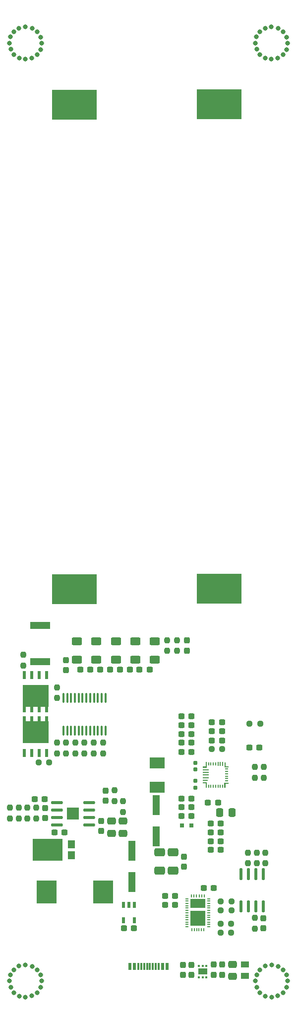
<source format=gtp>
G04 #@! TF.GenerationSoftware,KiCad,Pcbnew,8.0.3*
G04 #@! TF.CreationDate,2025-04-07T19:30:46+02:00*
G04 #@! TF.ProjectId,TIDA-PowerPack,54494441-2d50-46f7-9765-725061636b2e,rev?*
G04 #@! TF.SameCoordinates,Original*
G04 #@! TF.FileFunction,Paste,Top*
G04 #@! TF.FilePolarity,Positive*
%FSLAX46Y46*%
G04 Gerber Fmt 4.6, Leading zero omitted, Abs format (unit mm)*
G04 Created by KiCad (PCBNEW 8.0.3) date 2025-04-07 19:30:46*
%MOMM*%
%LPD*%
G01*
G04 APERTURE LIST*
G04 Aperture macros list*
%AMRoundRect*
0 Rectangle with rounded corners*
0 $1 Rounding radius*
0 $2 $3 $4 $5 $6 $7 $8 $9 X,Y pos of 4 corners*
0 Add a 4 corners polygon primitive as box body*
4,1,4,$2,$3,$4,$5,$6,$7,$8,$9,$2,$3,0*
0 Add four circle primitives for the rounded corners*
1,1,$1+$1,$2,$3*
1,1,$1+$1,$4,$5*
1,1,$1+$1,$6,$7*
1,1,$1+$1,$8,$9*
0 Add four rect primitives between the rounded corners*
20,1,$1+$1,$2,$3,$4,$5,0*
20,1,$1+$1,$4,$5,$6,$7,0*
20,1,$1+$1,$6,$7,$8,$9,0*
20,1,$1+$1,$8,$9,$2,$3,0*%
%AMFreePoly0*
4,1,12,0.100003,0.550001,0.100000,-0.050001,0.050000,-0.100003,-0.800001,-0.100000,-0.849998,-0.050001,-0.849998,0.049999,-0.799998,0.099999,-0.100000,0.099999,-0.100000,0.550001,-0.050000,0.600001,0.050000,0.600001,0.100003,0.550001,0.100003,0.550001,$1*%
%AMFreePoly1*
4,1,12,0.100000,0.050001,0.100000,-0.550001,0.050000,-0.600001,-0.050000,-0.600001,-0.100000,-0.550001,-0.100000,-0.099999,-0.749998,-0.099999,-0.799998,-0.049999,-0.799998,0.050001,-0.750001,0.100000,0.050000,0.100000,0.100000,0.050001,0.100000,0.050001,$1*%
%AMFreePoly2*
4,1,12,0.750001,0.100000,0.799998,0.050001,0.799998,-0.049999,0.749998,-0.099999,0.100000,-0.099999,0.100000,-0.550001,0.050000,-0.599998,-0.050000,-0.600001,-0.100003,-0.550001,-0.100000,0.050001,-0.050000,0.100003,0.750001,0.100000,0.750001,0.100000,$1*%
%AMFreePoly3*
4,1,12,0.100000,0.550001,0.100000,0.099999,0.799998,0.099999,0.849998,0.049999,0.849998,-0.050001,0.800001,-0.100000,-0.050000,-0.100003,-0.100000,-0.050001,-0.100003,0.550001,-0.050000,0.600001,0.050000,0.600001,0.100000,0.550001,0.100000,0.550001,$1*%
G04 Aperture macros list end*
%ADD10C,0.000000*%
%ADD11RoundRect,0.250000X-0.625000X0.400000X-0.625000X-0.400000X0.625000X-0.400000X0.625000X0.400000X0*%
%ADD12RoundRect,0.237500X0.237500X-0.300000X0.237500X0.300000X-0.237500X0.300000X-0.237500X-0.300000X0*%
%ADD13RoundRect,0.250000X0.475000X-0.337500X0.475000X0.337500X-0.475000X0.337500X-0.475000X-0.337500X0*%
%ADD14RoundRect,0.237500X-0.237500X0.300000X-0.237500X-0.300000X0.237500X-0.300000X0.237500X0.300000X0*%
%ADD15C,0.800000*%
%ADD16RoundRect,0.237500X-0.300000X-0.237500X0.300000X-0.237500X0.300000X0.237500X-0.300000X0.237500X0*%
%ADD17RoundRect,0.237500X0.237500X-0.250000X0.237500X0.250000X-0.237500X0.250000X-0.237500X-0.250000X0*%
%ADD18RoundRect,0.237500X0.300000X0.237500X-0.300000X0.237500X-0.300000X-0.237500X0.300000X-0.237500X0*%
%ADD19R,3.500000X4.000000*%
%ADD20RoundRect,0.237500X-0.250000X-0.237500X0.250000X-0.237500X0.250000X0.237500X-0.250000X0.237500X0*%
%ADD21R,2.500000X1.900000*%
%ADD22R,0.800000X0.800000*%
%ADD23RoundRect,0.250000X-0.475000X0.337500X-0.475000X-0.337500X0.475000X-0.337500X0.475000X0.337500X0*%
%ADD24R,7.620000X5.080000*%
%ADD25R,1.200000X3.500000*%
%ADD26R,0.600000X1.300000*%
%ADD27R,0.300000X1.300000*%
%ADD28R,0.400000X0.450000*%
%ADD29R,1.600000X1.000000*%
%ADD30RoundRect,0.237500X0.250000X0.237500X-0.250000X0.237500X-0.250000X-0.237500X0.250000X-0.237500X0*%
%ADD31RoundRect,0.250000X-0.337500X-0.475000X0.337500X-0.475000X0.337500X0.475000X-0.337500X0.475000X0*%
%ADD32R,0.600000X1.000000*%
%ADD33RoundRect,0.250000X0.650000X-0.412500X0.650000X0.412500X-0.650000X0.412500X-0.650000X-0.412500X0*%
%ADD34O,2.040000X0.570000*%
%ADD35R,2.000000X2.000000*%
%ADD36RoundRect,0.237500X-0.237500X0.250000X-0.237500X-0.250000X0.237500X-0.250000X0.237500X0.250000X0*%
%ADD37R,3.460000X1.280000*%
%ADD38O,0.590000X2.050000*%
%ADD39R,0.610000X1.400000*%
%ADD40R,4.500000X3.810000*%
%ADD41R,1.380000X1.130000*%
%ADD42FreePoly0,90.000000*%
%ADD43R,0.200000X0.599999*%
%ADD44FreePoly1,90.000000*%
%ADD45R,0.599999X0.200000*%
%ADD46FreePoly2,90.000000*%
%ADD47R,0.200000X0.700001*%
%ADD48R,0.200000X0.650001*%
%ADD49R,0.200000X0.680001*%
%ADD50FreePoly3,90.000000*%
%ADD51R,1.000000X0.200000*%
%ADD52R,0.950001X0.200000*%
%ADD53RoundRect,0.155000X0.155000X-0.212500X0.155000X0.212500X-0.155000X0.212500X-0.155000X-0.212500X0*%
%ADD54R,1.290000X1.420000*%
%ADD55R,5.200000X3.800000*%
%ADD56R,0.200000X0.600000*%
%ADD57R,0.600000X0.200000*%
%ADD58R,0.220000X0.600000*%
%ADD59R,2.650000X2.650000*%
%ADD60R,2.650000X1.530000*%
%ADD61O,0.360000X1.710000*%
G04 APERTURE END LIST*
D10*
G36*
X151950000Y-159449999D02*
G01*
X151950003Y-160300000D01*
X151900001Y-160350000D01*
X151299999Y-160350003D01*
X151249999Y-160300000D01*
X151249999Y-160200000D01*
X151299999Y-160150000D01*
X151750001Y-160150000D01*
X151750001Y-159450002D01*
X151800001Y-159400002D01*
X151900001Y-159400002D01*
X151950000Y-159449999D01*
G37*
G36*
X155650001Y-162950000D02*
G01*
X155650001Y-163050000D01*
X155600001Y-163100000D01*
X155149999Y-163100000D01*
X155149999Y-163749998D01*
X155099999Y-163799998D01*
X154999999Y-163799998D01*
X154950000Y-163750001D01*
X154950000Y-162950000D01*
X154999999Y-162900000D01*
X155600001Y-162900000D01*
X155650001Y-162950000D01*
G37*
D11*
X143020000Y-138800000D03*
X143020000Y-141900000D03*
D12*
X134675000Y-165987500D03*
X134675000Y-164262500D03*
D13*
X156350000Y-195987500D03*
X156350000Y-193912500D03*
D14*
X161620000Y-186037500D03*
X161620000Y-187762500D03*
D15*
X160246800Y-36750000D03*
X160450000Y-35708600D03*
X160475400Y-37791400D03*
X161008800Y-34845000D03*
X161034200Y-38705800D03*
X161897800Y-34210000D03*
X161948600Y-39315400D03*
X162990000Y-33981400D03*
X162990000Y-39518600D03*
X164082200Y-39290000D03*
X164133000Y-34235400D03*
X164971200Y-34819600D03*
X164971200Y-38705800D03*
X165555400Y-35734000D03*
X165555400Y-37842200D03*
X165733200Y-36750000D03*
D16*
X147587500Y-153100000D03*
X149312500Y-153100000D03*
D17*
X122825000Y-169025000D03*
X122825000Y-167200000D03*
D12*
X148075000Y-177250000D03*
X148075000Y-175525000D03*
D18*
X127687500Y-171375000D03*
X125962500Y-171375000D03*
D19*
X124625000Y-181575000D03*
X134225000Y-181575000D03*
D12*
X127900000Y-143712500D03*
X127900000Y-141987500D03*
D20*
X154307500Y-187000000D03*
X156132500Y-187000000D03*
D21*
X143450000Y-159550000D03*
X143450000Y-163650000D03*
D22*
X147700000Y-170200000D03*
X149300000Y-170200000D03*
D23*
X135675000Y-169487500D03*
X135675000Y-171562500D03*
D16*
X151402500Y-180850000D03*
X153127500Y-180850000D03*
X137772500Y-187750000D03*
X139497500Y-187750000D03*
D14*
X148520000Y-138667500D03*
X148520000Y-140392500D03*
D20*
X154307500Y-188500000D03*
X156132500Y-188500000D03*
D18*
X160925000Y-156925000D03*
X159200000Y-156925000D03*
D24*
X154050000Y-47190000D03*
X154050000Y-129810000D03*
X129350000Y-129870000D03*
X129350000Y-47250000D03*
D25*
X139125000Y-179845000D03*
X139125000Y-174505000D03*
D26*
X138800000Y-194290000D03*
X139600000Y-194290000D03*
D27*
X140750000Y-194290000D03*
X141750000Y-194290000D03*
X142250000Y-194290000D03*
X143250000Y-194290000D03*
D26*
X145200000Y-194290000D03*
X144400000Y-194290000D03*
D27*
X143750000Y-194290000D03*
X142750000Y-194290000D03*
X141250000Y-194290000D03*
X140250000Y-194290000D03*
D16*
X147587500Y-154600000D03*
X149312500Y-154600000D03*
D14*
X124325000Y-167250000D03*
X124325000Y-168975000D03*
D18*
X124287500Y-165712500D03*
X122562500Y-165712500D03*
D17*
X158970000Y-176662500D03*
X158970000Y-174837500D03*
D28*
X150587500Y-196090000D03*
X151237500Y-196090000D03*
X151887500Y-196090000D03*
X151887500Y-194130000D03*
X151237500Y-194130000D03*
X150587500Y-194130000D03*
D29*
X151237500Y-195110000D03*
D30*
X161075000Y-152825000D03*
X159250000Y-152825000D03*
D15*
X118246800Y-196750000D03*
X118450000Y-195708600D03*
X118475400Y-197791400D03*
X119008800Y-194845000D03*
X119034200Y-198705800D03*
X119897800Y-194210000D03*
X119948600Y-199315400D03*
X120990000Y-193981400D03*
X120990000Y-199518600D03*
X122082200Y-199290000D03*
X122133000Y-194235400D03*
X122971200Y-194819600D03*
X122971200Y-198705800D03*
X123555400Y-195734000D03*
X123555400Y-197842200D03*
X123733200Y-196750000D03*
D31*
X154162500Y-168050000D03*
X156237500Y-168050000D03*
D32*
X139585000Y-183750000D03*
X138635000Y-183750000D03*
X137685000Y-183750000D03*
X137685000Y-186350000D03*
X139585000Y-186350000D03*
D17*
X118325000Y-169025000D03*
X118325000Y-167200000D03*
D33*
X146175000Y-177937500D03*
X146175000Y-174812500D03*
D17*
X129505000Y-157912500D03*
X129505000Y-156087500D03*
D34*
X131895000Y-170105000D03*
X131895000Y-168825000D03*
X131895000Y-167565000D03*
X131895000Y-166295000D03*
X126355000Y-166295000D03*
X126355000Y-167565000D03*
X126355000Y-168825000D03*
X126355000Y-170105000D03*
D35*
X129125000Y-168195000D03*
D18*
X135472500Y-143660000D03*
X133747500Y-143660000D03*
D36*
X160180000Y-160217500D03*
X160180000Y-162042500D03*
D12*
X149350000Y-195712500D03*
X149350000Y-193987500D03*
D36*
X145130000Y-138617500D03*
X145130000Y-140442500D03*
D16*
X147587500Y-156100000D03*
X149312500Y-156100000D03*
X152587500Y-172900000D03*
X154312500Y-172900000D03*
D17*
X161970000Y-176662500D03*
X161970000Y-174837500D03*
D16*
X152587500Y-169850000D03*
X154312500Y-169850000D03*
D37*
X123485000Y-136100000D03*
X123485000Y-142240000D03*
D15*
X160256800Y-196750000D03*
X160460000Y-195708600D03*
X160485400Y-197791400D03*
X161018800Y-194845000D03*
X161044200Y-198705800D03*
X161907800Y-194210000D03*
X161958600Y-199315400D03*
X163000000Y-193981400D03*
X163000000Y-199518600D03*
X164092200Y-199290000D03*
X164143000Y-194235400D03*
X164981200Y-194819600D03*
X164981200Y-198705800D03*
X165565400Y-195734000D03*
X165565400Y-197842200D03*
X165743200Y-196750000D03*
D36*
X146825000Y-138617500D03*
X146825000Y-140442500D03*
D38*
X161630000Y-178480000D03*
X160350000Y-178480000D03*
X159090000Y-178480000D03*
X157820000Y-178480000D03*
X157820000Y-184020000D03*
X159090000Y-184020000D03*
X160350000Y-184020000D03*
X161630000Y-184020000D03*
D18*
X142172500Y-143630000D03*
X140447500Y-143630000D03*
X138822500Y-143650000D03*
X137097500Y-143650000D03*
D39*
X124635000Y-144590000D03*
X123365000Y-144590000D03*
X122085000Y-144590000D03*
X120815000Y-144590000D03*
X120815000Y-150230000D03*
X122085000Y-150230000D03*
X123365000Y-150230000D03*
X124635000Y-150230000D03*
D40*
X122725000Y-148120000D03*
D20*
X154330000Y-184650000D03*
X156155000Y-184650000D03*
D17*
X160470000Y-176662500D03*
X160470000Y-174837500D03*
D36*
X127935000Y-156087500D03*
X127935000Y-157912500D03*
D18*
X149312500Y-167100000D03*
X147587500Y-167100000D03*
D41*
X158500000Y-193930000D03*
X158500000Y-195870000D03*
D20*
X154330000Y-183150000D03*
X156155000Y-183150000D03*
D17*
X160120000Y-187812500D03*
X160120000Y-185987500D03*
D33*
X143875000Y-177937500D03*
X143875000Y-174812500D03*
D11*
X133105000Y-138800000D03*
X133105000Y-141900000D03*
X136410000Y-138800000D03*
X136410000Y-141900000D03*
D42*
X151850000Y-162950000D03*
D43*
X152250000Y-163499999D03*
X152649999Y-163499999D03*
X153050001Y-163499999D03*
X153450000Y-163499999D03*
X153849999Y-163499999D03*
X154250001Y-163499999D03*
X154650000Y-163499999D03*
D44*
X155050000Y-163000000D03*
D45*
X155349999Y-162600001D03*
X155349999Y-162199999D03*
X155349999Y-161800000D03*
X155349999Y-161400000D03*
X155349999Y-161000001D03*
X155349999Y-160599999D03*
D46*
X155050000Y-160200000D03*
D47*
X154650000Y-159750001D03*
D48*
X154249998Y-159725000D03*
D49*
X153849999Y-159740001D03*
D43*
X153450000Y-159700001D03*
X153050001Y-159700001D03*
X152649999Y-159700001D03*
X152250000Y-159700001D03*
D50*
X151850000Y-160250000D03*
D51*
X151750001Y-160699999D03*
X151750001Y-161150001D03*
X151750001Y-161600000D03*
X151750001Y-162049999D03*
D52*
X151725000Y-162500001D03*
D18*
X146542500Y-182260000D03*
X144817500Y-182260000D03*
D53*
X149975000Y-163767500D03*
X149975000Y-162632500D03*
D30*
X125027500Y-159470000D03*
X123202500Y-159470000D03*
D36*
X136175000Y-164212500D03*
X136175000Y-166037500D03*
D20*
X152762500Y-157200000D03*
X154587500Y-157200000D03*
D36*
X119825000Y-167200000D03*
X119825000Y-169025000D03*
D17*
X121325000Y-169025000D03*
X121325000Y-167200000D03*
D11*
X129800000Y-138800000D03*
X129800000Y-141900000D03*
D16*
X147587500Y-151600000D03*
X149312500Y-151600000D03*
D54*
X128825000Y-173442500D03*
D55*
X124725000Y-174362500D03*
D54*
X128825000Y-175282500D03*
D18*
X149312500Y-168600000D03*
X147587500Y-168600000D03*
X146542500Y-183770000D03*
X144817500Y-183770000D03*
D11*
X139715000Y-138800000D03*
X139715000Y-141900000D03*
D36*
X126365000Y-156087500D03*
X126365000Y-157912500D03*
D17*
X161700000Y-162042500D03*
X161700000Y-160217500D03*
D25*
X143330000Y-166720000D03*
X143330000Y-172060000D03*
D53*
X150000000Y-160667500D03*
X150000000Y-159532500D03*
D15*
X118246800Y-36750000D03*
X118450000Y-35708600D03*
X118475400Y-37791400D03*
X119008800Y-34845000D03*
X119034200Y-38705800D03*
X119897800Y-34210000D03*
X119948600Y-39315400D03*
X120990000Y-33981400D03*
X120990000Y-39518600D03*
X122082200Y-39290000D03*
X122133000Y-34235400D03*
X122971200Y-34819600D03*
X122971200Y-38705800D03*
X123555400Y-35734000D03*
X123555400Y-37842200D03*
X123733200Y-36750000D03*
D36*
X137675000Y-166062500D03*
X137675000Y-167887500D03*
D16*
X152137500Y-166300000D03*
X153862500Y-166300000D03*
X152812500Y-152600000D03*
X154537500Y-152600000D03*
D12*
X147850000Y-195712500D03*
X147850000Y-193987500D03*
D56*
X149420000Y-188000000D03*
X149820000Y-188000000D03*
X150220000Y-188000000D03*
X150620000Y-188000000D03*
X151020000Y-188000000D03*
X151420000Y-188000000D03*
D57*
X152320000Y-187500000D03*
X152320000Y-187100000D03*
X152320000Y-186700000D03*
X152320000Y-186300000D03*
X152320000Y-185900000D03*
X152320000Y-185500000D03*
X152320000Y-185100000D03*
X152320000Y-184700000D03*
X152320000Y-184300000D03*
X152320000Y-183900000D03*
X152320000Y-183500000D03*
X152320000Y-183100000D03*
X152320000Y-182700000D03*
D58*
X151540000Y-182200000D03*
X151100000Y-182200000D03*
X150640000Y-182200000D03*
X150200000Y-182200000D03*
X149740000Y-182200000D03*
X149300000Y-182200000D03*
D57*
X148520000Y-182700000D03*
X148520000Y-183100000D03*
X148520000Y-183500000D03*
X148520000Y-183900000D03*
X148520000Y-184300000D03*
X148520000Y-184700000D03*
X148520000Y-185100000D03*
X148520000Y-185500000D03*
X148520000Y-185900000D03*
X148520000Y-186300000D03*
X148520000Y-186700000D03*
X148520000Y-187100000D03*
X148520000Y-187500000D03*
D59*
X150420000Y-186060000D03*
D60*
X150420000Y-183540000D03*
D18*
X132082500Y-143650000D03*
X130357500Y-143650000D03*
D12*
X154600000Y-195662500D03*
X154600000Y-193937500D03*
D17*
X120595000Y-142922500D03*
X120595000Y-141097500D03*
D16*
X152587500Y-174400000D03*
X154312500Y-174400000D03*
D36*
X134265000Y-156087500D03*
X134265000Y-157912500D03*
X132655000Y-156090000D03*
X132655000Y-157915000D03*
D17*
X126365000Y-148462500D03*
X126365000Y-146637500D03*
D12*
X153100000Y-195675000D03*
X153100000Y-193950000D03*
D16*
X147587500Y-157700000D03*
X149312500Y-157700000D03*
D61*
X134635000Y-148470000D03*
X133985000Y-148470000D03*
X133335000Y-148470000D03*
X132685000Y-148470000D03*
X132035000Y-148470000D03*
X131385000Y-148470000D03*
X130725000Y-148470000D03*
X130075000Y-148470000D03*
X129425000Y-148470000D03*
X128775000Y-148470000D03*
X128125000Y-148470000D03*
X127475000Y-148470000D03*
X127475000Y-154030000D03*
X128125000Y-154030000D03*
X128775000Y-154030000D03*
X129425000Y-154030000D03*
X130075000Y-154030000D03*
X130725000Y-154030000D03*
X131385000Y-154030000D03*
X132035000Y-154030000D03*
X132685000Y-154030000D03*
X133335000Y-154030000D03*
X133985000Y-154030000D03*
X134635000Y-154030000D03*
D17*
X131055000Y-157912500D03*
X131055000Y-156087500D03*
D16*
X152812500Y-154100000D03*
X154537500Y-154100000D03*
D14*
X133925000Y-169437500D03*
X133925000Y-171162500D03*
D23*
X137675000Y-169487500D03*
X137675000Y-171562500D03*
D16*
X152625000Y-171400000D03*
X154350000Y-171400000D03*
D39*
X120815000Y-157860000D03*
X122085000Y-157860000D03*
X123365000Y-157860000D03*
X124635000Y-157860000D03*
X124635000Y-152220000D03*
X123365000Y-152220000D03*
X122085000Y-152220000D03*
X120815000Y-152220000D03*
D40*
X122725000Y-154330000D03*
D18*
X149312500Y-165600000D03*
X147587500Y-165600000D03*
D16*
X152812500Y-155700000D03*
X154537500Y-155700000D03*
M02*

</source>
